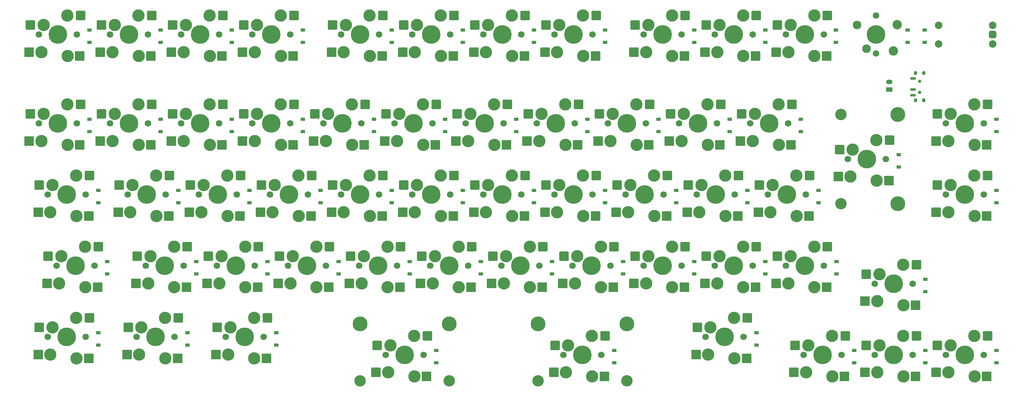
<source format=gbs>
G04 #@! TF.GenerationSoftware,KiCad,Pcbnew,7.0.8-7.0.8~ubuntu22.04.1*
G04 #@! TF.CreationDate,2023-10-08T19:27:19+02:00*
G04 #@! TF.ProjectId,nrw65-pcb,6e727736-352d-4706-9362-2e6b69636164,rev?*
G04 #@! TF.SameCoordinates,Original*
G04 #@! TF.FileFunction,Soldermask,Bot*
G04 #@! TF.FilePolarity,Negative*
%FSLAX46Y46*%
G04 Gerber Fmt 4.6, Leading zero omitted, Abs format (unit mm)*
G04 Created by KiCad (PCBNEW 7.0.8-7.0.8~ubuntu22.04.1) date 2023-10-08 19:27:19*
%MOMM*%
%LPD*%
G01*
G04 APERTURE LIST*
G04 Aperture macros list*
%AMRoundRect*
0 Rectangle with rounded corners*
0 $1 Rounding radius*
0 $2 $3 $4 $5 $6 $7 $8 $9 X,Y pos of 4 corners*
0 Add a 4 corners polygon primitive as box body*
4,1,4,$2,$3,$4,$5,$6,$7,$8,$9,$2,$3,0*
0 Add four circle primitives for the rounded corners*
1,1,$1+$1,$2,$3*
1,1,$1+$1,$4,$5*
1,1,$1+$1,$6,$7*
1,1,$1+$1,$8,$9*
0 Add four rect primitives between the rounded corners*
20,1,$1+$1,$2,$3,$4,$5,0*
20,1,$1+$1,$4,$5,$6,$7,0*
20,1,$1+$1,$6,$7,$8,$9,0*
20,1,$1+$1,$8,$9,$2,$3,0*%
G04 Aperture macros list end*
%ADD10C,1.750000*%
%ADD11C,5.000000*%
%ADD12RoundRect,0.260000X-1.040000X-1.040000X1.040000X-1.040000X1.040000X1.040000X-1.040000X1.040000X0*%
%ADD13RoundRect,0.250000X-1.025000X-1.000000X1.025000X-1.000000X1.025000X1.000000X-1.025000X1.000000X0*%
%ADD14C,3.300000*%
%ADD15C,3.048000*%
%ADD16C,3.987800*%
%ADD17C,2.000000*%
%ADD18RoundRect,0.500000X0.500000X0.500000X-0.500000X0.500000X-0.500000X-0.500000X0.500000X-0.500000X0*%
%ADD19C,2.500000*%
%ADD20C,2.300000*%
%ADD21RoundRect,0.225000X0.375000X-0.225000X0.375000X0.225000X-0.375000X0.225000X-0.375000X-0.225000X0*%
%ADD22RoundRect,0.200000X-0.200000X0.300000X-0.200000X-0.300000X0.200000X-0.300000X0.200000X0.300000X0*%
%ADD23C,0.900000*%
%ADD24RoundRect,0.175000X-0.575000X0.175000X-0.575000X-0.175000X0.575000X-0.175000X0.575000X0.175000X0*%
%ADD25O,1.750000X1.200000*%
%ADD26RoundRect,0.250000X0.625000X-0.350000X0.625000X0.350000X-0.625000X0.350000X-0.625000X-0.350000X0*%
G04 APERTURE END LIST*
D10*
X48495000Y-58337500D03*
D11*
X53575000Y-58337500D03*
D10*
X58655000Y-58337500D03*
D12*
X45900000Y-63037500D03*
D13*
X46215000Y-55797500D03*
D14*
X49175000Y-63037500D03*
X49765000Y-55797500D03*
X56115000Y-53257500D03*
X56175000Y-64087500D03*
D12*
X59450000Y-64087500D03*
D13*
X59665000Y-53257500D03*
D10*
X167557500Y-77387500D03*
D11*
X172637500Y-77387500D03*
D10*
X177717500Y-77387500D03*
D12*
X164962500Y-82087500D03*
D13*
X165277500Y-74847500D03*
D14*
X168237500Y-82087500D03*
X168827500Y-74847500D03*
X175177500Y-72307500D03*
X175237500Y-83137500D03*
D12*
X178512500Y-83137500D03*
D13*
X178727500Y-72307500D03*
D10*
X91357500Y-77387500D03*
D11*
X96437500Y-77387500D03*
D10*
X101517500Y-77387500D03*
D12*
X88762500Y-82087500D03*
D13*
X89077500Y-74847500D03*
D14*
X92037500Y-82087500D03*
X92627500Y-74847500D03*
X98977500Y-72307500D03*
X99037500Y-83137500D03*
D12*
X102312500Y-83137500D03*
D13*
X102527500Y-72307500D03*
D10*
X72307500Y-77387500D03*
D11*
X77387500Y-77387500D03*
D10*
X82467500Y-77387500D03*
D12*
X69712500Y-82087500D03*
D13*
X70027500Y-74847500D03*
D14*
X72987500Y-82087500D03*
X73577500Y-74847500D03*
X79927500Y-72307500D03*
X79987500Y-83137500D03*
D12*
X83262500Y-83137500D03*
D13*
X83477500Y-72307500D03*
D10*
X31826250Y-77387500D03*
D11*
X36906250Y-77387500D03*
D10*
X41986250Y-77387500D03*
D12*
X29231250Y-82087500D03*
D13*
X29546250Y-74847500D03*
D14*
X32506250Y-82087500D03*
X33096250Y-74847500D03*
X39446250Y-72307500D03*
X39506250Y-83137500D03*
D12*
X42781250Y-83137500D03*
D13*
X42996250Y-72307500D03*
D10*
X200895000Y-58337500D03*
D11*
X205975000Y-58337500D03*
D10*
X211055000Y-58337500D03*
D12*
X198300000Y-63037500D03*
D13*
X198615000Y-55797500D03*
D14*
X201575000Y-63037500D03*
X202165000Y-55797500D03*
X208515000Y-53257500D03*
X208575000Y-64087500D03*
D12*
X211850000Y-64087500D03*
D13*
X212065000Y-53257500D03*
D10*
X67545000Y-34525000D03*
D11*
X72625000Y-34525000D03*
D10*
X77705000Y-34525000D03*
D12*
X64950000Y-39225000D03*
D13*
X65265000Y-31985000D03*
D14*
X68225000Y-39225000D03*
X68815000Y-31985000D03*
X75165000Y-29445000D03*
X75225000Y-40275000D03*
D12*
X78500000Y-40275000D03*
D13*
X78715000Y-29445000D03*
D10*
X79451250Y-115487500D03*
D11*
X84531250Y-115487500D03*
D10*
X89611250Y-115487500D03*
D12*
X76856250Y-120187500D03*
D13*
X77171250Y-112947500D03*
D14*
X80131250Y-120187500D03*
X80721250Y-112947500D03*
X87071250Y-110407500D03*
X87131250Y-121237500D03*
D12*
X90406250Y-121237500D03*
D13*
X90621250Y-110407500D03*
D10*
X48495000Y-34525000D03*
D11*
X53575000Y-34525000D03*
D10*
X58655000Y-34525000D03*
D12*
X45900000Y-39225000D03*
D13*
X46215000Y-31985000D03*
D14*
X49175000Y-39225000D03*
X49765000Y-31985000D03*
X56115000Y-29445000D03*
X56175000Y-40275000D03*
D12*
X59450000Y-40275000D03*
D13*
X59665000Y-29445000D03*
D10*
X105645000Y-58337500D03*
D11*
X110725000Y-58337500D03*
D10*
X115805000Y-58337500D03*
D12*
X103050000Y-63037500D03*
D13*
X103365000Y-55797500D03*
D14*
X106325000Y-63037500D03*
X106915000Y-55797500D03*
X113265000Y-53257500D03*
X113325000Y-64087500D03*
D12*
X116600000Y-64087500D03*
D13*
X116815000Y-53257500D03*
D10*
X181845000Y-58337500D03*
D11*
X186925000Y-58337500D03*
D10*
X192005000Y-58337500D03*
D12*
X179250000Y-63037500D03*
D13*
X179565000Y-55797500D03*
D14*
X182525000Y-63037500D03*
X183115000Y-55797500D03*
X189465000Y-53257500D03*
X189525000Y-64087500D03*
D12*
X192800000Y-64087500D03*
D13*
X193015000Y-53257500D03*
D10*
X129457500Y-77387500D03*
D11*
X134537500Y-77387500D03*
D10*
X139617500Y-77387500D03*
D12*
X126862500Y-82087500D03*
D13*
X127177500Y-74847500D03*
D14*
X130137500Y-82087500D03*
X130727500Y-74847500D03*
X137077500Y-72307500D03*
X137137500Y-83137500D03*
D12*
X140412500Y-83137500D03*
D13*
X140627500Y-72307500D03*
D10*
X110407500Y-77387500D03*
D11*
X115487500Y-77387500D03*
D10*
X120567500Y-77387500D03*
D12*
X107812500Y-82087500D03*
D13*
X108127500Y-74847500D03*
D14*
X111087500Y-82087500D03*
X111677500Y-74847500D03*
X118027500Y-72307500D03*
X118087500Y-83137500D03*
D12*
X121362500Y-83137500D03*
D13*
X121577500Y-72307500D03*
D10*
X272332500Y-120250000D03*
D11*
X277412500Y-120250000D03*
D10*
X282492500Y-120250000D03*
D12*
X269737500Y-124950000D03*
D13*
X270052500Y-117710000D03*
D14*
X273012500Y-124950000D03*
X273602500Y-117710000D03*
X279952500Y-115170000D03*
X280012500Y-126000000D03*
D12*
X283287500Y-126000000D03*
D13*
X283502500Y-115170000D03*
D10*
X134220000Y-96437500D03*
D11*
X139300000Y-96437500D03*
D10*
X144380000Y-96437500D03*
D12*
X131625000Y-101137500D03*
D13*
X131940000Y-93897500D03*
D14*
X134900000Y-101137500D03*
X135490000Y-93897500D03*
X141840000Y-91357500D03*
X141900000Y-102187500D03*
D12*
X145175000Y-102187500D03*
D13*
X145390000Y-91357500D03*
D10*
X31826250Y-115487500D03*
D11*
X36906250Y-115487500D03*
D10*
X41986250Y-115487500D03*
D12*
X29231250Y-120187500D03*
D13*
X29546250Y-112947500D03*
D14*
X32506250Y-120187500D03*
X33096250Y-112947500D03*
X39446250Y-110407500D03*
X39506250Y-121237500D03*
D12*
X42781250Y-121237500D03*
D13*
X42996250Y-110407500D03*
D10*
X191370000Y-96437500D03*
D11*
X196450000Y-96437500D03*
D10*
X201530000Y-96437500D03*
D12*
X188775000Y-101137500D03*
D13*
X189090000Y-93897500D03*
D14*
X192050000Y-101137500D03*
X192640000Y-93897500D03*
X198990000Y-91357500D03*
X199050000Y-102187500D03*
D12*
X202325000Y-102187500D03*
D13*
X202540000Y-91357500D03*
D10*
X169938750Y-120250000D03*
D11*
X175018750Y-120250000D03*
D10*
X180098750Y-120250000D03*
D12*
X167343750Y-124950000D03*
D13*
X167658750Y-117710000D03*
D14*
X170618750Y-124950000D03*
X171208750Y-117710000D03*
X177558750Y-115170000D03*
X177618750Y-126000000D03*
D12*
X180893750Y-126000000D03*
D13*
X181108750Y-115170000D03*
D10*
X272332500Y-58337500D03*
D11*
X277412500Y-58337500D03*
D10*
X282492500Y-58337500D03*
D12*
X269737500Y-63037500D03*
D13*
X270052500Y-55797500D03*
D14*
X273012500Y-63037500D03*
X273602500Y-55797500D03*
X279952500Y-53257500D03*
X280012500Y-64087500D03*
D12*
X283287500Y-64087500D03*
D13*
X283502500Y-53257500D03*
D10*
X77070000Y-96437500D03*
D11*
X82150000Y-96437500D03*
D10*
X87230000Y-96437500D03*
D12*
X74475000Y-101137500D03*
D13*
X74790000Y-93897500D03*
D14*
X77750000Y-101137500D03*
X78340000Y-93897500D03*
X84690000Y-91357500D03*
X84750000Y-102187500D03*
D12*
X88025000Y-102187500D03*
D13*
X88240000Y-91357500D03*
D10*
X86595000Y-34525000D03*
D11*
X91675000Y-34525000D03*
D10*
X96755000Y-34525000D03*
D12*
X84000000Y-39225000D03*
D13*
X84315000Y-31985000D03*
D14*
X87275000Y-39225000D03*
X87865000Y-31985000D03*
X94215000Y-29445000D03*
X94275000Y-40275000D03*
D12*
X97550000Y-40275000D03*
D13*
X97765000Y-29445000D03*
D10*
X143745000Y-58337500D03*
D11*
X148825000Y-58337500D03*
D10*
X153905000Y-58337500D03*
D12*
X141150000Y-63037500D03*
D13*
X141465000Y-55797500D03*
D14*
X144425000Y-63037500D03*
X145015000Y-55797500D03*
X151365000Y-53257500D03*
X151425000Y-64087500D03*
D12*
X154700000Y-64087500D03*
D13*
X154915000Y-53257500D03*
D10*
X67545000Y-58337500D03*
D11*
X72625000Y-58337500D03*
D10*
X77705000Y-58337500D03*
D12*
X64950000Y-63037500D03*
D13*
X65265000Y-55797500D03*
D14*
X68225000Y-63037500D03*
X68815000Y-55797500D03*
X75165000Y-53257500D03*
X75225000Y-64087500D03*
D12*
X78500000Y-64087500D03*
D13*
X78715000Y-53257500D03*
D15*
X139300000Y-127235000D03*
D16*
X139300000Y-111995000D03*
D15*
X115487500Y-127235000D03*
D16*
X115487500Y-111995000D03*
D10*
X58020000Y-96437500D03*
D11*
X63100000Y-96437500D03*
D10*
X68180000Y-96437500D03*
D12*
X55425000Y-101137500D03*
D13*
X55740000Y-93897500D03*
D14*
X58700000Y-101137500D03*
X59290000Y-93897500D03*
X65640000Y-91357500D03*
X65700000Y-102187500D03*
D12*
X68975000Y-102187500D03*
D13*
X69190000Y-91357500D03*
D10*
X219945000Y-58337500D03*
D11*
X225025000Y-58337500D03*
D10*
X230105000Y-58337500D03*
D12*
X217350000Y-63037500D03*
D13*
X217665000Y-55797500D03*
D14*
X220625000Y-63037500D03*
X221215000Y-55797500D03*
X227565000Y-53257500D03*
X227625000Y-64087500D03*
D12*
X230900000Y-64087500D03*
D13*
X231115000Y-53257500D03*
D10*
X124695000Y-58337500D03*
D11*
X129775000Y-58337500D03*
D10*
X134855000Y-58337500D03*
D12*
X122100000Y-63037500D03*
D13*
X122415000Y-55797500D03*
D14*
X125375000Y-63037500D03*
X125965000Y-55797500D03*
X132315000Y-53257500D03*
X132375000Y-64087500D03*
D12*
X135650000Y-64087500D03*
D13*
X135865000Y-53257500D03*
D10*
X162795000Y-58337500D03*
D11*
X167875000Y-58337500D03*
D10*
X172955000Y-58337500D03*
D12*
X160200000Y-63037500D03*
D13*
X160515000Y-55797500D03*
D14*
X163475000Y-63037500D03*
X164065000Y-55797500D03*
X170415000Y-53257500D03*
X170475000Y-64087500D03*
D12*
X173750000Y-64087500D03*
D13*
X173965000Y-53257500D03*
D10*
X55638750Y-115487500D03*
D11*
X60718750Y-115487500D03*
D10*
X65798750Y-115487500D03*
D12*
X53043750Y-120187500D03*
D13*
X53358750Y-112947500D03*
D14*
X56318750Y-120187500D03*
X56908750Y-112947500D03*
X63258750Y-110407500D03*
X63318750Y-121237500D03*
D12*
X66593750Y-121237500D03*
D13*
X66808750Y-110407500D03*
D10*
X86595000Y-58337500D03*
D11*
X91675000Y-58337500D03*
D10*
X96755000Y-58337500D03*
D12*
X84000000Y-63037500D03*
D13*
X84315000Y-55797500D03*
D14*
X87275000Y-63037500D03*
X87865000Y-55797500D03*
X94215000Y-53257500D03*
X94275000Y-64087500D03*
D12*
X97550000Y-64087500D03*
D13*
X97765000Y-53257500D03*
D10*
X186607500Y-77387500D03*
D11*
X191687500Y-77387500D03*
D10*
X196767500Y-77387500D03*
D12*
X184012500Y-82087500D03*
D13*
X184327500Y-74847500D03*
D14*
X187287500Y-82087500D03*
X187877500Y-74847500D03*
X194227500Y-72307500D03*
X194287500Y-83137500D03*
D12*
X197562500Y-83137500D03*
D13*
X197777500Y-72307500D03*
D10*
X129457500Y-34525000D03*
D11*
X134537500Y-34525000D03*
D10*
X139617500Y-34525000D03*
D12*
X126862500Y-39225000D03*
D13*
X127177500Y-31985000D03*
D14*
X130137500Y-39225000D03*
X130727500Y-31985000D03*
X137077500Y-29445000D03*
X137137500Y-40275000D03*
D12*
X140412500Y-40275000D03*
D13*
X140627500Y-29445000D03*
D10*
X148507500Y-77387500D03*
D11*
X153587500Y-77387500D03*
D10*
X158667500Y-77387500D03*
D12*
X145912500Y-82087500D03*
D13*
X146227500Y-74847500D03*
D14*
X149187500Y-82087500D03*
X149777500Y-74847500D03*
X156127500Y-72307500D03*
X156187500Y-83137500D03*
D12*
X159462500Y-83137500D03*
D13*
X159677500Y-72307500D03*
D10*
X205657500Y-77387500D03*
D11*
X210737500Y-77387500D03*
D10*
X215817500Y-77387500D03*
D12*
X203062500Y-82087500D03*
D13*
X203377500Y-74847500D03*
D14*
X206337500Y-82087500D03*
X206927500Y-74847500D03*
X213277500Y-72307500D03*
X213337500Y-83137500D03*
D12*
X216612500Y-83137500D03*
D13*
X216827500Y-72307500D03*
D10*
X148507500Y-34525000D03*
D11*
X153587500Y-34525000D03*
D10*
X158667500Y-34525000D03*
D12*
X145912500Y-39225000D03*
D13*
X146227500Y-31985000D03*
D14*
X149187500Y-39225000D03*
X149777500Y-31985000D03*
X156127500Y-29445000D03*
X156187500Y-40275000D03*
D12*
X159462500Y-40275000D03*
D13*
X159677500Y-29445000D03*
D10*
X115170000Y-96437500D03*
D11*
X120250000Y-96437500D03*
D10*
X125330000Y-96437500D03*
D12*
X112575000Y-101137500D03*
D13*
X112890000Y-93897500D03*
D14*
X115850000Y-101137500D03*
X116440000Y-93897500D03*
X122790000Y-91357500D03*
X122850000Y-102187500D03*
D12*
X126125000Y-102187500D03*
D13*
X126340000Y-91357500D03*
D10*
X96120000Y-96437500D03*
D11*
X101200000Y-96437500D03*
D10*
X106280000Y-96437500D03*
D12*
X93525000Y-101137500D03*
D13*
X93840000Y-93897500D03*
D14*
X96800000Y-101137500D03*
X97390000Y-93897500D03*
X103740000Y-91357500D03*
X103800000Y-102187500D03*
D12*
X107075000Y-102187500D03*
D13*
X107290000Y-91357500D03*
D10*
X210420000Y-96437500D03*
D11*
X215500000Y-96437500D03*
D10*
X220580000Y-96437500D03*
D12*
X207825000Y-101137500D03*
D13*
X208140000Y-93897500D03*
D14*
X211100000Y-101137500D03*
X211690000Y-93897500D03*
X218040000Y-91357500D03*
X218100000Y-102187500D03*
D12*
X221375000Y-102187500D03*
D13*
X221590000Y-91357500D03*
D10*
X110407500Y-34525000D03*
D11*
X115487500Y-34525000D03*
D10*
X120567500Y-34525000D03*
D12*
X107812500Y-39225000D03*
D13*
X108127500Y-31985000D03*
D14*
X111087500Y-39225000D03*
X111677500Y-31985000D03*
X118027500Y-29445000D03*
X118087500Y-40275000D03*
D12*
X121362500Y-40275000D03*
D13*
X121577500Y-29445000D03*
D10*
X208038750Y-115487500D03*
D11*
X213118750Y-115487500D03*
D10*
X218198750Y-115487500D03*
D12*
X205443750Y-120187500D03*
D13*
X205758750Y-112947500D03*
D14*
X208718750Y-120187500D03*
X209308750Y-112947500D03*
X215658750Y-110407500D03*
X215718750Y-121237500D03*
D12*
X218993750Y-121237500D03*
D13*
X219208750Y-110407500D03*
D10*
X272332500Y-77387500D03*
D11*
X277412500Y-77387500D03*
D10*
X282492500Y-77387500D03*
D12*
X269737500Y-82087500D03*
D13*
X270052500Y-74847500D03*
D14*
X273012500Y-82087500D03*
X273602500Y-74847500D03*
X279952500Y-72307500D03*
X280012500Y-83137500D03*
D12*
X283287500Y-83137500D03*
D13*
X283502500Y-72307500D03*
D10*
X229470000Y-96437500D03*
D11*
X234550000Y-96437500D03*
D10*
X239630000Y-96437500D03*
D12*
X226875000Y-101137500D03*
D13*
X227190000Y-93897500D03*
D14*
X230150000Y-101137500D03*
X230740000Y-93897500D03*
X237090000Y-91357500D03*
X237150000Y-102187500D03*
D12*
X240425000Y-102187500D03*
D13*
X240640000Y-91357500D03*
D10*
X29445000Y-58337500D03*
D11*
X34525000Y-58337500D03*
D10*
X39605000Y-58337500D03*
D12*
X26850000Y-63037500D03*
D13*
X27165000Y-55797500D03*
D14*
X30125000Y-63037500D03*
X30715000Y-55797500D03*
X37065000Y-53257500D03*
X37125000Y-64087500D03*
D12*
X40400000Y-64087500D03*
D13*
X40615000Y-53257500D03*
D10*
X253282500Y-120250000D03*
D11*
X258362500Y-120250000D03*
D10*
X263442500Y-120250000D03*
D12*
X250687500Y-124950000D03*
D13*
X251002500Y-117710000D03*
D14*
X253962500Y-124950000D03*
X254552500Y-117710000D03*
X260902500Y-115170000D03*
X260962500Y-126000000D03*
D12*
X264237500Y-126000000D03*
D13*
X264452500Y-115170000D03*
D10*
X122313750Y-120250000D03*
D11*
X127393750Y-120250000D03*
D10*
X132473750Y-120250000D03*
D12*
X119718750Y-124950000D03*
D13*
X120033750Y-117710000D03*
D14*
X122993750Y-124950000D03*
X123583750Y-117710000D03*
X129933750Y-115170000D03*
X129993750Y-126000000D03*
D12*
X133268750Y-126000000D03*
D13*
X133483750Y-115170000D03*
D17*
X284912500Y-37025000D03*
X284912500Y-32025000D03*
D18*
X284912500Y-34525000D03*
D17*
X270412500Y-32025000D03*
X270412500Y-37025000D03*
D10*
X29445000Y-34525000D03*
D11*
X34525000Y-34525000D03*
D10*
X39605000Y-34525000D03*
D12*
X26850000Y-39225000D03*
D13*
X27165000Y-31985000D03*
D14*
X30125000Y-39225000D03*
X30715000Y-31985000D03*
X37065000Y-29445000D03*
X37125000Y-40275000D03*
D12*
X40400000Y-40275000D03*
D13*
X40615000Y-29445000D03*
D10*
X153270000Y-96437500D03*
D11*
X158350000Y-96437500D03*
D10*
X163430000Y-96437500D03*
D12*
X150675000Y-101137500D03*
D13*
X150990000Y-93897500D03*
D14*
X153950000Y-101137500D03*
X154540000Y-93897500D03*
X160890000Y-91357500D03*
X160950000Y-102187500D03*
D12*
X164225000Y-102187500D03*
D13*
X164440000Y-91357500D03*
D10*
X167557500Y-34525000D03*
D11*
X172637500Y-34525000D03*
D10*
X177717500Y-34525000D03*
D12*
X164962500Y-39225000D03*
D13*
X165277500Y-31985000D03*
D14*
X168237500Y-39225000D03*
X168827500Y-31985000D03*
X175177500Y-29445000D03*
X175237500Y-40275000D03*
D12*
X178512500Y-40275000D03*
D13*
X178727500Y-29445000D03*
D10*
X246138750Y-67862500D03*
D11*
X251218750Y-67862500D03*
D10*
X256298750Y-67862500D03*
D12*
X243543750Y-72562500D03*
D13*
X243858750Y-65322500D03*
D14*
X246818750Y-72562500D03*
X247408750Y-65322500D03*
X253758750Y-62782500D03*
X253818750Y-73612500D03*
D12*
X257093750Y-73612500D03*
D13*
X257308750Y-62782500D03*
D15*
X186925000Y-127235000D03*
D16*
X186925000Y-111995000D03*
D15*
X163112500Y-127235000D03*
D16*
X163112500Y-111995000D03*
D10*
X191370000Y-34525000D03*
D11*
X196450000Y-34525000D03*
D10*
X201530000Y-34525000D03*
D12*
X188775000Y-39225000D03*
D13*
X189090000Y-31985000D03*
D14*
X192050000Y-39225000D03*
X192640000Y-31985000D03*
X198990000Y-29445000D03*
X199050000Y-40275000D03*
D12*
X202325000Y-40275000D03*
D13*
X202540000Y-29445000D03*
D10*
X229470000Y-34525000D03*
D11*
X234550000Y-34525000D03*
D10*
X239630000Y-34525000D03*
D12*
X226875000Y-39225000D03*
D13*
X227190000Y-31985000D03*
D14*
X230150000Y-39225000D03*
X230740000Y-31985000D03*
X237090000Y-29445000D03*
X237150000Y-40275000D03*
D12*
X240425000Y-40275000D03*
D13*
X240640000Y-29445000D03*
D10*
X253600000Y-39605000D03*
D11*
X253600000Y-34525000D03*
D10*
X253600000Y-29445000D03*
D19*
X258300000Y-38925000D03*
D20*
X251060000Y-38335000D03*
X248520000Y-31985000D03*
D19*
X259350000Y-31925000D03*
D10*
X34207500Y-96437500D03*
D11*
X39287500Y-96437500D03*
D10*
X44367500Y-96437500D03*
D12*
X31612500Y-101137500D03*
D13*
X31927500Y-93897500D03*
D14*
X34887500Y-101137500D03*
X35477500Y-93897500D03*
X41827500Y-91357500D03*
X41887500Y-102187500D03*
D12*
X45162500Y-102187500D03*
D13*
X45377500Y-91357500D03*
D10*
X172320000Y-96437500D03*
D11*
X177400000Y-96437500D03*
D10*
X182480000Y-96437500D03*
D12*
X169725000Y-101137500D03*
D13*
X170040000Y-93897500D03*
D14*
X173000000Y-101137500D03*
X173590000Y-93897500D03*
X179940000Y-91357500D03*
X180000000Y-102187500D03*
D12*
X183275000Y-102187500D03*
D13*
X183490000Y-91357500D03*
D10*
X234232500Y-120250000D03*
D11*
X239312500Y-120250000D03*
D10*
X244392500Y-120250000D03*
D12*
X231637500Y-124950000D03*
D13*
X231952500Y-117710000D03*
D14*
X234912500Y-124950000D03*
X235502500Y-117710000D03*
X241852500Y-115170000D03*
X241912500Y-126000000D03*
D12*
X245187500Y-126000000D03*
D13*
X245402500Y-115170000D03*
D15*
X244233750Y-55956250D03*
X244233750Y-79768750D03*
D16*
X259473750Y-55956250D03*
X259473750Y-79768750D03*
D10*
X210420000Y-34525000D03*
D11*
X215500000Y-34525000D03*
D10*
X220580000Y-34525000D03*
D12*
X207825000Y-39225000D03*
D13*
X208140000Y-31985000D03*
D14*
X211100000Y-39225000D03*
X211690000Y-31985000D03*
X218040000Y-29445000D03*
X218100000Y-40275000D03*
D12*
X221375000Y-40275000D03*
D13*
X221590000Y-29445000D03*
D10*
X253282500Y-101200000D03*
D11*
X258362500Y-101200000D03*
D10*
X263442500Y-101200000D03*
D12*
X250687500Y-105900000D03*
D13*
X251002500Y-98660000D03*
D14*
X253962500Y-105900000D03*
X254552500Y-98660000D03*
X260902500Y-96120000D03*
X260962500Y-106950000D03*
D12*
X264237500Y-106950000D03*
D13*
X264452500Y-96120000D03*
D10*
X53257500Y-77387500D03*
D11*
X58337500Y-77387500D03*
D10*
X63417500Y-77387500D03*
D12*
X50662500Y-82087500D03*
D13*
X50977500Y-74847500D03*
D14*
X53937500Y-82087500D03*
X54527500Y-74847500D03*
X60877500Y-72307500D03*
X60937500Y-83137500D03*
D12*
X64212500Y-83137500D03*
D13*
X64427500Y-72307500D03*
D10*
X224707500Y-77387500D03*
D11*
X229787500Y-77387500D03*
D10*
X234867500Y-77387500D03*
D12*
X222112500Y-82087500D03*
D13*
X222427500Y-74847500D03*
D14*
X225387500Y-82087500D03*
X225977500Y-74847500D03*
X232327500Y-72307500D03*
X232387500Y-83137500D03*
D12*
X235662500Y-83137500D03*
D13*
X235877500Y-72307500D03*
D21*
X285887500Y-79512500D03*
X285887500Y-76212500D03*
X181112500Y-36650000D03*
X181112500Y-33350000D03*
X219212500Y-79512500D03*
X219212500Y-76212500D03*
X285887500Y-60462500D03*
X285887500Y-57162500D03*
X66812500Y-79512500D03*
X66812500Y-76212500D03*
X162062500Y-79512500D03*
X162062500Y-76212500D03*
X93006250Y-117612500D03*
X93006250Y-114312500D03*
X45381250Y-79512500D03*
X45381250Y-76212500D03*
X45381250Y-117612500D03*
X45381250Y-114312500D03*
X123962500Y-79512500D03*
X123962500Y-76212500D03*
X204925000Y-98562500D03*
X204925000Y-95262500D03*
X104912500Y-79512500D03*
X104912500Y-76212500D03*
X214450000Y-60462500D03*
X214450000Y-57162500D03*
X162062500Y-36650000D03*
X162062500Y-33350000D03*
X204925000Y-36650000D03*
X204925000Y-33350000D03*
X128725000Y-98562500D03*
X128725000Y-95262500D03*
X266837500Y-103325000D03*
X266837500Y-100025000D03*
X242890000Y-36650000D03*
X242890000Y-33350000D03*
X223975000Y-36650000D03*
X223975000Y-33350000D03*
X176350000Y-60462500D03*
X176350000Y-57162500D03*
X262075000Y-36650000D03*
X262075000Y-33350000D03*
X247787500Y-122375000D03*
X247787500Y-119075000D03*
X109675000Y-98562500D03*
X109675000Y-95262500D03*
X81100000Y-36650000D03*
X81100000Y-33350000D03*
X71575000Y-98562500D03*
X71575000Y-95262500D03*
D22*
X264210000Y-52150000D03*
X266420000Y-52150000D03*
D23*
X265320000Y-50000000D03*
X265320000Y-47000000D03*
D24*
X263560000Y-46250000D03*
D22*
X264210000Y-44850000D03*
X266420000Y-44850000D03*
D24*
X263560000Y-49250000D03*
X263560000Y-50750000D03*
D21*
X266837500Y-122375000D03*
X266837500Y-119075000D03*
X166825000Y-98562500D03*
X166825000Y-95262500D03*
X233500000Y-60462500D03*
X233500000Y-57162500D03*
X143012500Y-79512500D03*
X143012500Y-76212500D03*
X195400000Y-60462500D03*
X195400000Y-57162500D03*
X85862500Y-79512500D03*
X85862500Y-76212500D03*
X238262500Y-79512500D03*
X238262500Y-76212500D03*
X285887500Y-122375000D03*
X285887500Y-119075000D03*
X259693750Y-69987500D03*
X259693750Y-66687500D03*
D25*
X257170000Y-47210000D03*
D26*
X257170000Y-49210000D03*
D21*
X100150000Y-36650000D03*
X100150000Y-33350000D03*
X62050000Y-60462500D03*
X62050000Y-57162500D03*
X243025000Y-98562500D03*
X243025000Y-95262500D03*
X147775000Y-98562500D03*
X147775000Y-95262500D03*
X185875000Y-98562500D03*
X185875000Y-95262500D03*
X138250000Y-60462500D03*
X138250000Y-57162500D03*
X123962500Y-36650000D03*
X123962500Y-33350000D03*
X135868750Y-122375000D03*
X135868750Y-119075000D03*
X43000000Y-36650000D03*
X43000000Y-33350000D03*
X181112500Y-79512500D03*
X181112500Y-76212500D03*
X100150000Y-60462500D03*
X100150000Y-57162500D03*
X119200000Y-60462500D03*
X119200000Y-57162500D03*
X266700000Y-36650000D03*
X266700000Y-33350000D03*
X90625000Y-98562500D03*
X90625000Y-95262500D03*
X81100000Y-60462500D03*
X81100000Y-57162500D03*
X43000000Y-60462500D03*
X43000000Y-57162500D03*
X47762500Y-98562500D03*
X47762500Y-95262500D03*
X223975000Y-98562500D03*
X223975000Y-95262500D03*
X157300000Y-60462500D03*
X157300000Y-57162500D03*
X200162500Y-79512500D03*
X200162500Y-76212500D03*
X221593750Y-117612500D03*
X221593750Y-114312500D03*
X62050000Y-36650000D03*
X62050000Y-33350000D03*
X69193750Y-117612500D03*
X69193750Y-114312500D03*
X183493750Y-122375000D03*
X183493750Y-119075000D03*
X143012500Y-36650000D03*
X143012500Y-33350000D03*
M02*

</source>
